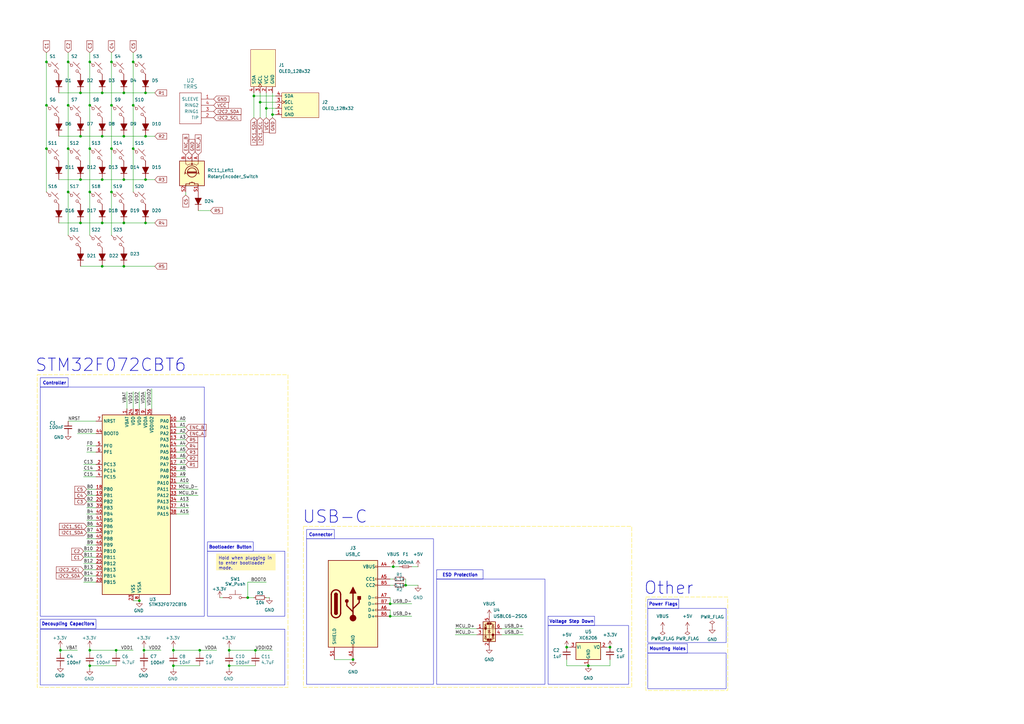
<source format=kicad_sch>
(kicad_sch (version 20231120) (generator "eeschema") (generator_version "8.0")
  (paper "A3")
  (title_block (rev "V1.0.0"))
  (junction (at 45.72 43.18))
  (junction (at 71.12 273.05))
  (junction (at 41.91 91.44))
  (junction (at 161.29 232.41))
  (junction (at 36.83 78.74))
  (junction (at 45.72 78.74))
  (junction (at 54.61 43.18))
  (junction (at 27.94 78.74))
  (junction (at 111.76 46.99))
  (junction (at 41.91 73.66))
  (junction (at 106.68 41.91))
  (junction (at 232.41 265.43))
  (junction (at 47.625 266.7))
  (junction (at 50.8 109.22))
  (junction (at 50.8 91.44))
  (junction (at 36.83 25.4))
  (junction (at 59.055 266.7))
  (junction (at 57.15 246.38))
  (junction (at 33.02 91.44))
  (junction (at 144.78 270.51))
  (junction (at 36.83 273.05))
  (junction (at 54.61 60.96))
  (junction (at 59.69 73.66))
  (junction (at 59.69 38.1))
  (junction (at 160.02 247.65))
  (junction (at 50.8 55.88))
  (junction (at 101.6 245.11))
  (junction (at 54.61 25.4))
  (junction (at 160.02 252.73))
  (junction (at 33.02 55.88))
  (junction (at 59.69 91.44))
  (junction (at 36.83 60.96))
  (junction (at 19.05 25.4))
  (junction (at 104.775 266.7))
  (junction (at 33.02 38.1))
  (junction (at 50.8 38.1))
  (junction (at 19.05 60.96))
  (junction (at 50.8 73.66))
  (junction (at 36.83 43.18))
  (junction (at 24.765 266.7))
  (junction (at 93.98 273.05))
  (junction (at 36.83 266.7))
  (junction (at 81.915 266.7))
  (junction (at 166.37 240.03))
  (junction (at 27.94 60.96))
  (junction (at 45.72 25.4))
  (junction (at 27.94 25.4))
  (junction (at 27.94 43.18))
  (junction (at 41.91 55.88))
  (junction (at 19.05 43.18))
  (junction (at 71.12 266.7))
  (junction (at 241.3 273.05))
  (junction (at 33.02 73.66))
  (junction (at 109.22 44.45))
  (junction (at 250.19 265.43))
  (junction (at 41.91 109.22))
  (junction (at 45.72 60.96))
  (junction (at 93.98 266.7))
  (junction (at 104.14 39.37))
  (junction (at 59.69 55.88))
  (junction (at 41.91 38.1))
  (wire (pts (xy 54.61 60.96) (xy 54.61 43.18)))
  (wire (pts (xy 34.29 231.14) (xy 39.37 231.14)))
  (wire (pts (xy 34.29 238.76) (xy 39.37 238.76)))
  (wire (pts (xy 71.12 266.7) (xy 71.12 267.97)))
  (wire (pts (xy 34.29 193.04) (xy 39.37 193.04)))
  (wire (pts (xy 160.02 250.19) (xy 160.02 252.73)))
  (wire (pts (xy 160.02 232.41) (xy 161.29 232.41)))
  (wire (pts (xy 52.07 160.655) (xy 52.07 167.64)))
  (wire (pts (xy 33.02 38.1) (xy 41.91 38.1)))
  (wire (pts (xy 27.94 172.72) (xy 39.37 172.72)))
  (wire (pts (xy 54.61 43.18) (xy 54.61 25.4)))
  (wire (pts (xy 41.91 73.66) (xy 50.8 73.66)))
  (wire (pts (xy 54.61 60.96) (xy 54.61 78.74)))
  (wire (pts (xy 76.2 193.04) (xy 72.39 193.04)))
  (wire (pts (xy 248.92 265.43) (xy 250.19 265.43)))
  (wire (pts (xy 76.2 185.42) (xy 72.39 185.42)))
  (wire (pts (xy 24.765 266.7) (xy 24.765 267.97)))
  (wire (pts (xy 19.05 60.96) (xy 19.05 78.74)))
  (wire (pts (xy 101.6 245.11) (xy 104.14 245.11)))
  (wire (pts (xy 45.72 25.4) (xy 45.72 43.18)))
  (wire (pts (xy 50.8 38.1) (xy 59.69 38.1)))
  (wire (pts (xy 19.05 21.59) (xy 19.05 25.4)))
  (wire (pts (xy 47.625 266.7) (xy 47.625 267.97)))
  (wire (pts (xy 81.28 200.66) (xy 72.39 200.66)))
  (wire (pts (xy 24.765 265.43) (xy 24.765 266.7)))
  (wire (pts (xy 36.83 21.59) (xy 36.83 25.4)))
  (wire (pts (xy 104.14 39.37) (xy 104.14 48.26)))
  (wire (pts (xy 59.69 73.66) (xy 63.5 73.66)))
  (wire (pts (xy 137.16 270.51) (xy 144.78 270.51)))
  (wire (pts (xy 166.37 237.49) (xy 166.37 240.03)))
  (wire (pts (xy 76.2 195.58) (xy 72.39 195.58)))
  (wire (pts (xy 160.02 245.11) (xy 160.02 247.65)))
  (wire (pts (xy 168.91 232.41) (xy 171.45 232.41)))
  (wire (pts (xy 27.94 96.52) (xy 27.94 78.74)))
  (wire (pts (xy 241.3 273.05) (xy 250.19 273.05)))
  (wire (pts (xy 35.56 218.44) (xy 39.37 218.44)))
  (wire (pts (xy 27.94 25.4) (xy 27.94 43.18)))
  (wire (pts (xy 111.76 48.26) (xy 111.76 46.99)))
  (wire (pts (xy 35.56 213.36) (xy 39.37 213.36)))
  (wire (pts (xy 93.98 273.05) (xy 104.775 273.05)))
  (wire (pts (xy 36.83 273.05) (xy 47.625 273.05)))
  (wire (pts (xy 77.47 210.82) (xy 72.39 210.82)))
  (wire (pts (xy 35.56 203.2) (xy 39.37 203.2)))
  (wire (pts (xy 34.29 228.6) (xy 39.37 228.6)))
  (wire (pts (xy 160.02 237.49) (xy 161.29 237.49)))
  (wire (pts (xy 76.2 180.34) (xy 72.39 180.34)))
  (wire (pts (xy 86.36 86.36) (xy 81.28 86.36)))
  (wire (pts (xy 250.19 270.51) (xy 250.19 273.05)))
  (wire (pts (xy 232.41 265.43) (xy 233.68 265.43)))
  (wire (pts (xy 24.13 38.1) (xy 33.02 38.1)))
  (wire (pts (xy 113.03 39.37) (xy 104.14 39.37)))
  (wire (pts (xy 41.91 109.22) (xy 50.8 109.22)))
  (wire (pts (xy 35.56 182.88) (xy 39.37 182.88)))
  (wire (pts (xy 106.68 48.26) (xy 106.68 41.91)))
  (wire (pts (xy 76.2 172.72) (xy 72.39 172.72)))
  (wire (pts (xy 36.83 60.96) (xy 36.83 78.74)))
  (wire (pts (xy 186.69 257.81) (xy 195.58 257.81)))
  (wire (pts (xy 66.04 266.7) (xy 59.055 266.7)))
  (wire (pts (xy 106.68 41.91) (xy 113.03 41.91)))
  (wire (pts (xy 111.76 46.99) (xy 113.03 46.99)))
  (wire (pts (xy 109.22 44.45) (xy 109.22 48.26)))
  (wire (pts (xy 109.22 245.11) (xy 110.49 245.11)))
  (wire (pts (xy 33.02 109.22) (xy 41.91 109.22)))
  (wire (pts (xy 161.29 232.41) (xy 163.83 232.41)))
  (wire (pts (xy 104.775 266.7) (xy 111.76 266.7)))
  (wire (pts (xy 50.8 55.88) (xy 59.69 55.88)))
  (wire (pts (xy 54.61 246.38) (xy 57.15 246.38)))
  (wire (pts (xy 36.83 25.4) (xy 36.83 43.18)))
  (wire (pts (xy 36.83 274.32) (xy 36.83 273.05)))
  (wire (pts (xy 113.03 44.45) (xy 109.22 44.45)))
  (wire (pts (xy 33.02 55.88) (xy 24.13 55.88)))
  (wire (pts (xy 59.69 160.655) (xy 59.69 167.64)))
  (wire (pts (xy 62.23 159.385) (xy 62.23 167.64)))
  (wire (pts (xy 111.76 46.99) (xy 111.76 38.1)))
  (wire (pts (xy 35.56 208.28) (xy 39.37 208.28)))
  (wire (pts (xy 36.83 78.74) (xy 36.83 96.52)))
  (wire (pts (xy 34.29 226.06) (xy 39.37 226.06)))
  (wire (pts (xy 34.29 233.68) (xy 39.37 233.68)))
  (wire (pts (xy 93.98 265.43) (xy 93.98 266.7)))
  (wire (pts (xy 33.02 91.44) (xy 24.13 91.44)))
  (wire (pts (xy 45.72 25.4) (xy 45.72 21.59)))
  (wire (pts (xy 71.12 274.32) (xy 71.12 273.05)))
  (wire (pts (xy 214.63 260.35) (xy 205.74 260.35)))
  (wire (pts (xy 186.69 260.35) (xy 195.58 260.35)))
  (wire (pts (xy 59.69 38.1) (xy 63.5 38.1)))
  (wire (pts (xy 35.56 205.74) (xy 39.37 205.74)))
  (wire (pts (xy 27.94 25.4) (xy 27.94 21.59)))
  (wire (pts (xy 76.2 175.26) (xy 72.39 175.26)))
  (wire (pts (xy 33.02 73.66) (xy 41.91 73.66)))
  (wire (pts (xy 45.72 43.18) (xy 45.72 60.96)))
  (wire (pts (xy 19.05 25.4) (xy 19.05 43.18)))
  (wire (pts (xy 34.29 236.22) (xy 39.37 236.22)))
  (wire (pts (xy 33.02 91.44) (xy 41.91 91.44)))
  (wire (pts (xy 36.83 265.43) (xy 36.83 266.7)))
  (wire (pts (xy 77.47 208.28) (xy 72.39 208.28)))
  (wire (pts (xy 57.15 160.655) (xy 57.15 167.64)))
  (wire (pts (xy 93.98 266.7) (xy 93.98 267.97)))
  (wire (pts (xy 19.05 43.18) (xy 19.05 60.96)))
  (wire (pts (xy 214.63 257.81) (xy 205.74 257.81)))
  (wire (pts (xy 27.94 60.96) (xy 27.94 78.74)))
  (wire (pts (xy 50.8 91.44) (xy 59.69 91.44)))
  (wire (pts (xy 104.14 38.1) (xy 104.14 39.37)))
  (wire (pts (xy 232.41 273.05) (xy 241.3 273.05)))
  (wire (pts (xy 54.61 25.4) (xy 54.61 21.59)))
  (wire (pts (xy 101.6 238.76) (xy 101.6 245.11)))
  (wire (pts (xy 47.625 266.7) (xy 54.61 266.7)))
  (wire (pts (xy 168.91 247.65) (xy 160.02 247.65)))
  (wire (pts (xy 45.72 60.96) (xy 45.72 78.74)))
  (wire (pts (xy 168.91 252.73) (xy 160.02 252.73)))
  (wire (pts (xy 81.28 203.2) (xy 72.39 203.2)))
  (wire (pts (xy 59.055 266.7) (xy 59.055 267.97)))
  (wire (pts (xy 76.2 190.5) (xy 72.39 190.5)))
  (wire (pts (xy 76.2 182.88) (xy 72.39 182.88)))
  (wire (pts (xy 35.56 185.42) (xy 39.37 185.42)))
  (wire (pts (xy 71.12 273.05) (xy 81.915 273.05)))
  (wire (pts (xy 232.41 270.51) (xy 232.41 273.05)))
  (wire (pts (xy 34.29 195.58) (xy 39.37 195.58)))
  (wire (pts (xy 109.22 38.1) (xy 109.22 44.45)))
  (wire (pts (xy 59.055 265.43) (xy 59.055 266.7)))
  (wire (pts (xy 76.2 177.8) (xy 72.39 177.8)))
  (wire (pts (xy 76.2 80.01) (xy 76.2 78.74)))
  (wire (pts (xy 90.17 245.11) (xy 91.44 245.11)))
  (wire (pts (xy 93.98 274.32) (xy 93.98 273.05)))
  (wire (pts (xy 71.12 265.43) (xy 71.12 266.7)))
  (wire (pts (xy 50.8 73.66) (xy 59.69 73.66)))
  (wire (pts (xy 36.83 266.7) (xy 47.625 266.7)))
  (wire (pts (xy 109.22 238.76) (xy 101.6 238.76)))
  (wire (pts (xy 27.94 43.18) (xy 27.94 60.96)))
  (wire (pts (xy 50.8 55.88) (xy 41.91 55.88)))
  (wire (pts (xy 35.56 223.52) (xy 39.37 223.52)))
  (wire (pts (xy 104.775 266.7) (xy 104.775 267.97)))
  (wire (pts (xy 41.91 91.44) (xy 50.8 91.44)))
  (wire (pts (xy 59.69 55.88) (xy 63.5 55.88)))
  (wire (pts (xy 81.915 266.7) (xy 81.915 267.97)))
  (wire (pts (xy 36.83 60.96) (xy 36.83 43.18)))
  (wire (pts (xy 35.56 210.82) (xy 39.37 210.82)))
  (wire (pts (xy 59.69 91.44) (xy 63.5 91.44)))
  (wire (pts (xy 41.91 55.88) (xy 33.02 55.88)))
  (wire (pts (xy 36.83 266.7) (xy 36.83 267.97)))
  (wire (pts (xy 160.02 240.03) (xy 161.29 240.03)))
  (wire (pts (xy 31.75 266.7) (xy 24.765 266.7)))
  (wire (pts (xy 106.68 41.91) (xy 106.68 38.1)))
  (wire (pts (xy 54.61 160.655) (xy 54.61 167.64)))
  (wire (pts (xy 71.12 266.7) (xy 81.915 266.7)))
  (wire (pts (xy 81.915 266.7) (xy 88.9 266.7)))
  (wire (pts (xy 77.47 198.12) (xy 72.39 198.12)))
  (wire (pts (xy 77.47 205.74) (xy 72.39 205.74)))
  (wire (pts (xy 35.56 220.98) (xy 39.37 220.98)))
  (wire (pts (xy 41.91 38.1) (xy 50.8 38.1)))
  (wire (pts (xy 76.2 187.96) (xy 72.39 187.96)))
  (wire (pts (xy 31.75 177.8) (xy 39.37 177.8)))
  (wire (pts (xy 45.72 78.74) (xy 45.72 96.52)))
  (wire (pts (xy 34.29 190.5) (xy 39.37 190.5)))
  (wire (pts (xy 24.13 73.66) (xy 33.02 73.66)))
  (wire (pts (xy 166.37 240.03) (xy 171.45 240.03)))
  (wire (pts (xy 35.56 200.66) (xy 39.37 200.66)))
  (wire (pts (xy 93.98 266.7) (xy 104.775 266.7)))
  (wire (pts (xy 35.56 215.9) (xy 39.37 215.9)))
  (wire (pts (xy 50.8 109.22) (xy 63.5 109.22)))
  (rectangle (start 179.07 237.49) (end 223.52 280.67))
  (rectangle (start 16.51 258.064) (end 116.84 280.924))
  (rectangle (start 125.73 217.17) (end 137.16 220.98))
  (rectangle (start 265.684 264.033) (end 281.94 267.843))
  (rectangle (start 224.79 256.54) (end 257.81 280.67))
  (rectangle (start 15.24 153.67) (end 118.11 281.94) (stroke (width 0) (type dash) (color 255 229 36 1)))
  (rectangle (start 16.51 154.94) (end 27.94 158.75))
  (rectangle (start 265.684 245.745) (end 278.384 249.555))
  (rectangle (start 124.46 215.9) (end 259.08 281.94) (stroke (width 0) (type dash) (color 255 229 36 1)))
  (rectangle (start 85.09 222.25) (end 103.886 226.06))
  (rectangle (start 265.684 267.843) (end 297.815 282.448))
  (rectangle (start 264.922 244.856) (end 298.45 283.21) (stroke (width 0) (type dash) (color 255 229 36 1)))
  (rectangle (start 224.79 252.73) (end 243.84 256.54))
  (rectangle (start 85.09 226.06) (end 116.84 252.73))
  (rectangle (start 179.07 233.68) (end 198.12 237.49))
  (rectangle (start 16.51 158.75) (end 83.82 252.73))
  (rectangle (start 125.73 220.98) (end 177.8 280.67))
  (rectangle (start 265.684 249.555) (end 297.815 263.525))
  (rectangle (start 16.51 254) (end 39.37 257.81))
  (text_box "Hold when plugging in to enter bootloader mode." (at 88.646 227.076 0) (size 24.384 6.858) (stroke (width -0.0001)) (fill (type color) (color 255 229 36 0.33)) (effects (font (size 1.27 1.27)) (justify left top)))
  (text "STM32F072CBT6" (at 45.466 149.86 0) (effects (font (size 5.08 5.08) (thickness 0.254) (bold yes))))
  (text "USB-C\n" (at 137.414 212.09 0) (effects (font (size 5.08 5.08) (thickness 0.254) (bold yes))))
  (text "Mounting Holes" (at 273.812 266.192 0) (effects (font (size 1.27 1.27) (thickness 0.254) (bold yes))))
  (text "Decoupling Capacitors" (at 27.94 256.032 0) (effects (font (size 1.27 1.27) (thickness 0.254) (bold yes))))
  (text "Controller\n" (at 22.352 157.226 0) (effects (font (size 1.27 1.27) (thickness 0.254) (bold yes))))
  (text "ESD Protection" (at 188.722 235.966 0) (effects (font (size 1.27 1.27) (thickness 0.254) (bold yes))))
  (text "Power Flags" (at 272.034 247.904 0) (effects (font (size 1.27 1.27) (thickness 0.254) (bold yes))))
  (text "Voltage Step Down" (at 234.442 255.016 0) (effects (font (size 1.27 1.27) (thickness 0.254) (bold yes))))
  (text "Other" (at 274.32 241.3 0) (effects (font (size 5.08 5.08) (thickness 0.254) (bold yes))))
  (text "Bootloader Button" (at 94.488 224.536 0) (effects (font (size 1.27 1.27) (thickness 0.254) (bold yes))))
  (text "Connector\n" (at 131.572 219.456 0) (effects (font (size 1.27 1.27) (thickness 0.254) (bold yes))))
  (label "A7" (at 76.2 190.5 180))
  (label "A6" (at 76.2 187.96 180))
  (label "A10" (at 77.47 198.12 180))
  (label "B0" (at 35.56 200.66 0))
  (label "B6" (at 35.56 215.9 0))
  (label "MCU_D-" (at 81.28 200.66 180))
  (label "VBAT" (at 52.07 160.655 270))
  (label "A3" (at 76.2 180.34 180))
  (label "B7" (at 35.56 218.44 0))
  (label "A15" (at 77.47 210.82 180))
  (label "VBAT" (at 31.75 266.7 180))
  (label "MCU_D-" (at 186.69 260.35 0))
  (label "VDDA" (at 59.69 160.655 270))
  (label "A5" (at 76.2 185.42 180))
  (label "B5" (at 35.56 213.36 0))
  (label "B1" (at 35.56 203.2 0))
  (label "B9" (at 35.56 223.52 0))
  (label "VDDIO2" (at 62.23 159.385 270))
  (label "B11" (at 34.29 228.6 0))
  (label "B4" (at 35.56 210.82 0))
  (label "MCU_D+" (at 81.28 203.2 180))
  (label "A14" (at 77.47 208.28 180))
  (label "NRST" (at 27.94 172.72 0))
  (label "VDDIO2" (at 111.76 266.7 180))
  (label "VDD1" (at 54.61 160.655 270))
  (label "MCU_D+" (at 186.69 257.81 0))
  (label "A2" (at 76.2 177.8 180))
  (label "VDD2" (at 57.15 160.655 270))
  (label "F0" (at 35.56 182.88 0))
  (label "USB_D-" (at 168.91 247.65 180))
  (label "BOOT0" (at 109.22 238.76 180))
  (label "B15" (at 34.29 238.76 0))
  (label "A0" (at 76.2 172.72 180))
  (label "F1" (at 35.56 185.42 0))
  (label "A13" (at 77.47 205.74 180))
  (label "B12" (at 34.29 231.14 0))
  (label "A9" (at 76.2 195.58 180))
  (label "USB_D+" (at 168.91 252.73 180))
  (label "A8" (at 76.2 193.04 180))
  (label "C13" (at 34.29 190.5 0))
  (label "B8" (at 35.56 220.98 0))
  (label "BOOT0" (at 31.75 177.8 0))
  (label "B2" (at 35.56 205.74 0))
  (label "C15" (at 34.29 195.58 0))
  (label "B13" (at 34.29 233.68 0))
  (label "VDDA" (at 88.9 266.7 180))
  (label "VDD2" (at 66.04 266.7 180))
  (label "B3" (at 35.56 208.28 0))
  (label "A1" (at 76.2 175.26 180))
  (label "B10" (at 34.29 226.06 0))
  (label "USB_D-" (at 214.63 260.35 180))
  (label "B14" (at 34.29 236.22 0))
  (label "A4" (at 76.2 182.88 180))
  (label "USB_D+" (at 214.63 257.81 180))
  (label "VDD1" (at 54.61 266.7 180))
  (label "C14" (at 34.29 193.04 0))
  (global_label "I2C1_SCL" (shape input) (at 106.68 48.26 270) (property "Intersheetrefs" "${INTERSHEET_REFS}" (effects (hide yes))))
  (global_label "C4" (shape input) (at 45.72 21.59 90) (property "Intersheetrefs" "${INTERSHEET_REFS}" (effects (hide yes))))
  (global_label "C3" (shape input) (at 36.83 21.59 90) (property "Intersheetrefs" "${INTERSHEET_REFS}" (effects (hide yes))))
  (global_label "R2" (shape input) (at 63.5 55.88 0) (property "Intersheetrefs" "${INTERSHEET_REFS}" (effects (hide yes))))
  (global_label "C5" (shape input) (at 76.2 80.01 270) (property "Intersheetrefs" "${INTERSHEET_REFS}" (effects (hide yes))))
  (global_label "C3" (shape input) (at 35.56 205.74 180) (property "Intersheetrefs" "${INTERSHEET_REFS}" (effects (hide yes))))
  (global_label "ENC_B" (shape input) (at 76.2 63.5 90) (property "Intersheetrefs" "${INTERSHEET_REFS}" (effects (hide yes))))
  (global_label "I2C1_SCL" (shape input) (at 35.56 215.9 180) (property "Intersheetrefs" "${INTERSHEET_REFS}" (effects (hide yes))))
  (global_label "ENC_A" (shape input) (at 76.2 177.8 0) (property "Intersheetrefs" "${INTERSHEET_REFS}" (effects (hide yes))))
  (global_label "C1" (shape input) (at 34.29 228.6 180) (property "Intersheetrefs" "${INTERSHEET_REFS}" (effects (hide yes))))
  (global_label "R3" (shape input) (at 76.2 185.42 0) (property "Intersheetrefs" "${INTERSHEET_REFS}" (effects (hide yes))))
  (global_label "C4" (shape input) (at 35.56 203.2 180) (property "Intersheetrefs" "${INTERSHEET_REFS}" (effects (hide yes))))
  (global_label "C2" (shape input) (at 27.94 21.59 90) (property "Intersheetrefs" "${INTERSHEET_REFS}" (effects (hide yes))))
  (global_label "I2C2_SDA" (shape input) (at 87.63 45.72 0) (property "Intersheetrefs" "${INTERSHEET_REFS}" (effects (hide yes))))
  (global_label "C2" (shape input) (at 34.29 226.06 180) (property "Intersheetrefs" "${INTERSHEET_REFS}" (effects (hide yes))))
  (global_label "GND" (shape input) (at 111.76 48.26 270) (property "Intersheetrefs" "${INTERSHEET_REFS}" (effects (hide yes))))
  (global_label "I2C1_SDA" (shape input) (at 35.56 218.44 180) (property "Intersheetrefs" "${INTERSHEET_REFS}" (effects (hide yes))))
  (global_label "R4" (shape input) (at 76.2 182.88 0) (property "Intersheetrefs" "${INTERSHEET_REFS}" (effects (hide yes))))
  (global_label "C5" (shape input) (at 54.61 21.59 90) (property "Intersheetrefs" "${INTERSHEET_REFS}" (effects (hide yes))))
  (global_label "I2C2_SCL" (shape input) (at 87.63 48.26 0) (property "Intersheetrefs" "${INTERSHEET_REFS}" (effects (hide yes))))
  (global_label "R1" (shape input) (at 63.5 38.1 0) (property "Intersheetrefs" "${INTERSHEET_REFS}" (effects (hide yes))))
  (global_label "R3" (shape input) (at 63.5 73.66 0) (property "Intersheetrefs" "${INTERSHEET_REFS}" (effects (hide yes))))
  (global_label "C1" (shape input) (at 19.05 21.59 90) (property "Intersheetrefs" "${INTERSHEET_REFS}" (effects (hide yes))))
  (global_label "R2" (shape input) (at 76.2 187.96 0) (property "Intersheetrefs" "${INTERSHEET_REFS}" (effects (hide yes))))
  (global_label "I2C1_SDA" (shape input) (at 104.14 48.26 270) (property "Intersheetrefs" "${INTERSHEET_REFS}" (effects (hide yes))))
  (global_label "ENC_B" (shape input) (at 76.2 175.26 0) (property "Intersheetrefs" "${INTERSHEET_REFS}" (effects (hide yes))))
  (global_label "R4" (shape input) (at 63.5 91.44 0) (property "Intersheetrefs" "${INTERSHEET_REFS}" (effects (hide yes))))
  (global_label "I2C2_SDA" (shape input) (at 34.29 236.22 180) (property "Intersheetrefs" "${INTERSHEET_REFS}" (effects (hide yes))))
  (global_label "GND" (shape input) (at 87.63 40.64 0) (property "Intersheetrefs" "${INTERSHEET_REFS}" (effects (hide yes))))
  (global_label "I2C2_SCL" (shape input) (at 34.29 233.68 180) (property "Intersheetrefs" "${INTERSHEET_REFS}" (effects (hide yes))))
  (global_label "VCC" (shape input) (at 87.63 43.18 0) (property "Intersheetrefs" "${INTERSHEET_REFS}" (effects (hide yes))))
  (global_label "R5" (shape input) (at 76.2 180.34 0) (property "Intersheetrefs" "${INTERSHEET_REFS}" (effects (hide yes))))
  (global_label "C5" (shape input) (at 35.56 200.66 180) (property "Intersheetrefs" "${INTERSHEET_REFS}" (effects (hide yes))))
  (global_label "R5" (shape input) (at 63.5 109.22 0) (property "Intersheetrefs" "${INTERSHEET_REFS}" (effects (hide yes))))
  (global_label "ENC_A" (shape input) (at 81.28 63.5 90) (property "Intersheetrefs" "${INTERSHEET_REFS}" (effects (hide yes))))
  (global_label "GND" (shape input) (at 78.74 63.5 90) (property "Intersheetrefs" "${INTERSHEET_REFS}" (effects (hide yes))))
  (global_label "R1" (shape input) (at 76.2 190.5 0) (property "Intersheetrefs" "${INTERSHEET_REFS}" (effects (hide yes))))
  (global_label "VCC" (shape input) (at 109.22 48.26 270) (property "Intersheetrefs" "${INTERSHEET_REFS}" (effects (hide yes))))
  (global_label "R5" (shape input) (at 86.36 86.36 0) (property "Intersheetrefs" "${INTERSHEET_REFS}" (effects (hide yes))))
  (symbol (lib_id "ScottoKeebs:Placeholder_Keyswitch") (at 30.48 63.5 0) (unit 1)
    (property "Reference" "S12" (at 30.48 58.674 0))
    (property "Value" "Keyswitch" (effects (hide yes)))
    (property "Footprint" "PCM_Switch_Keyboard_Hybrid:SW_Hybrid_Cherry_MX_Alps_1.00u" (effects (hide yes)))
    (property "Description" "Push button switch, normally open, two pins, 45° tilted" (effects (hide yes)))
  )
  (symbol (lib_id "ScottoKeebs:Placeholder_Keyswitch") (at 48.26 45.72 0) (unit 1)
    (property "Reference" "S9" (at 48.26 40.894 0))
    (property "Value" "Keyswitch" (effects (hide yes)))
    (property "Footprint" "PCM_Switch_Keyboard_Hybrid:SW_Hybrid_Cherry_MX_Alps_1.00u" (effects (hide yes)))
    (property "Description" "Push button switch, normally open, two pins, 45° tilted" (effects (hide yes)))
  )
  (symbol (lib_id "ScottoKeebs:Placeholder_Keyswitch") (at 39.37 27.94 0) (unit 1)
    (property "Reference" "S3" (at 39.37 23.114 0))
    (property "Value" "Keyswitch" (effects (hide yes)))
    (property "Footprint" "PCM_Switch_Keyboard_Hybrid:SW_Hybrid_Cherry_MX_Alps_1.00u" (effects (hide yes)))
    (property "Description" "Push button switch, normally open, two pins, 45° tilted" (effects (hide yes)))
  )
  (symbol (lib_id "PCM_Diode_AKL:1N4148") (at 81.28 82.55 270) (unit 1)
    (property "Reference" "D24" (at 83.82 82.5499 90) (effects (justify left)))
    (property "Value" "1N4148" (effects (hide yes)))
    (property "Footprint" "Kicad Footprints:SOD123_DIO-L With THs" (effects (hide yes)))
    (property "Datasheet" "https://datasheet.octopart.com/1N4148TR-ON-Semiconductor-datasheet-42765246.pdf" (effects (hide yes)))
    (property "Description" "DO-35 Diode, Small Signal, Fast Switching, 75V, 150mA, 4ns, Alternate KiCad Library" (effects (hide yes)))
  )
  (symbol (lib_id "PCM_Diode_AKL:1N4148") (at 50.8 105.41 270) (unit 1)
    (property "Reference" "D23" (at 53.34 104.1399 90) (effects (justify left)))
    (property "Value" "1N4148" (effects (hide yes)))
    (property "Footprint" "Kicad Footprints:SOD123_DIO-L With THs" (effects (hide yes)))
    (property "Datasheet" "https://datasheet.octopart.com/1N4148TR-ON-Semiconductor-datasheet-42765246.pdf" (effects (hide yes)))
    (property "Description" "DO-35 Diode, Small Signal, Fast Switching, 75V, 150mA, 4ns, Alternate KiCad Library" (effects (hide yes)))
  )
  (symbol (lib_id "PCM_Diode_AKL:1N4148") (at 50.8 52.07 270) (unit 1)
    (property "Reference" "D9" (at 53.34 50.7999 90) (effects (justify left)))
    (property "Value" "1N4148" (effects (hide yes)))
    (property "Footprint" "Kicad Footprints:SOD123_DIO-L With THs" (effects (hide yes)))
    (property "Datasheet" "https://datasheet.octopart.com/1N4148TR-ON-Semiconductor-datasheet-42765246.pdf" (effects (hide yes)))
    (property "Description" "DO-35 Diode, Small Signal, Fast Switching, 75V, 150mA, 4ns, Alternate KiCad Library" (effects (hide yes)))
  )
  (symbol (lib_id "power:+3.3V") (at 93.98 265.43 0) (unit 1)
    (property "Reference" "#PWR016" (effects (hide yes)))
    (property "Value" "+3.3V" (at 93.726 261.62 0))
    (property "Description" "Power symbol creates a global label with name \"+3.3V\"" (effects (hide yes)))
  )
  (symbol (lib_id "power:+3.3V") (at 90.17 245.11 0) (unit 1)
    (property "Reference" "#PWR05" (effects (hide yes)))
    (property "Value" "+3.3V" (at 89.916 241.554 0))
    (property "Description" "Power symbol creates a global label with name \"+3.3V\"" (effects (hide yes)))
  )
  (symbol (lib_id "MCU_ST_STM32F0:STM32F072CBTx") (at 54.61 208.28 0) (unit 1)
    (property "Reference" "U3" (at 61.214 245.872 0) (effects (justify left)))
    (property "Value" "STM32F072CBT6" (at 60.96 247.904 0) (effects (justify left)))
    (property "Footprint" "ScottoKeebs_Components:Package_LQFP-48_7x7mm_P0.5" (effects (hide yes)))
    (property "Datasheet" "https://www.st.com/resource/en/datasheet/stm32f072cb.pdf" (effects (hide yes)))
    (property "Description" "STMicroelectronics Arm Cortex-M0 MCU, 128KB flash, 16KB RAM, 48 MHz, 2.0-3.6V, 37 GPIO, LQFP48" (effects (hide yes)))
    (property "LCSC" "C81720" (effects (hide yes)))
    (property "JlcRotOffset" "-90" (effects (hide yes)))
  )
  (symbol (lib_id "Device:C_Small") (at 232.41 267.97 0) (unit 1)
    (property "Reference" "C2" (at 226.822 266.7 0) (effects (justify left)))
    (property "Value" "1uF" (at 226.822 269.24 0) (effects (justify left)))
    (property "Footprint" "ScottoKeebs_Components:Capacitor_0402" (effects (hide yes)))
    (property "Description" "Unpolarized capacitor, small symbol" (effects (hide yes)))
    (property "LCSC" "C52923" (effects (hide yes)))
  )
  (symbol (lib_id "ScottoKeebs:Placeholder_Keyswitch") (at 30.48 81.28 0) (unit 1)
    (property "Reference" "S17" (at 30.48 76.454 0))
    (property "Value" "Keyswitch" (effects (hide yes)))
    (property "Footprint" "PCM_Switch_Keyboard_Hybrid:SW_Hybrid_Cherry_MX_Alps_1.00u" (effects (hide yes)))
    (property "Description" "Push button switch, normally open, two pins, 45° tilted" (effects (hide yes)))
  )
  (symbol (lib_id "power:+5V") (at 171.45 232.41 0) (unit 1)
    (property "Reference" "#PWR03" (effects (hide yes)))
    (property "Value" "+5V" (at 171.45 227.33 0))
    (property "Description" "Power symbol creates a global label with name \"+5V\"" (effects (hide yes)))
  )
  (symbol (lib_id "power:VBUS") (at 200.66 252.73 0) (unit 1)
    (property "Reference" "#PWR08" (effects (hide yes)))
    (property "Value" "VBUS" (at 200.66 247.65 0))
    (property "Description" "Power symbol creates a global label with name \"VBUS\"" (effects (hide yes)))
  )
  (symbol (lib_id "power:GND") (at 57.15 246.38 0) (unit 1)
    (property "Reference" "#PWR07" (effects (hide yes)))
    (property "Value" "GND" (at 56.896 250.444 0))
    (property "Description" "Power symbol creates a global label with name \"GND\" , ground" (effects (hide yes)))
  )
  (symbol (lib_id "Connector:USB_C_Receptacle_USB2.0_14P") (at 144.78 247.65 0) (unit 1)
    (property "Reference" "J3" (at 144.78 224.79 0))
    (property "Value" "USB_C" (at 144.78 227.33 0))
    (property "Footprint" "ScottoKeebs_Components:USB_C_HRO_TYPE-C-31-M-12" (effects (hide yes)))
    (property "Datasheet" "https://www.usb.org/sites/default/files/documents/usb_type-c.zip" (effects (hide yes)))
    (property "Description" "USB 2.0-only 14P Type-C Receptacle connector" (effects (hide yes)))
    (property "LCSC" "C165948" (effects (hide yes)))
  )
  (symbol (lib_id "Device:R_Small") (at 106.68 245.11 270) (unit 1)
    (property "Reference" "R3" (at 106.68 243.332 90))
    (property "Value" "10k" (at 106.68 247.142 90))
    (property "Footprint" "ScottoKeebs_Components:Resistor_0402" (effects (hide yes)))
    (property "Description" "Resistor, small symbol" (effects (hide yes)))
    (property "LCSC" "C25744" (effects (hide yes)))
  )
  (symbol (lib_id "Device:C_Small") (at 36.83 270.51 180) (unit 1)
    (property "Reference" "C5" (at 39.37 269.2335 0) (effects (justify right)))
    (property "Value" "100nF" (at 39.37 271.7735 0) (effects (justify right)))
    (property "Footprint" "ScottoKeebs_Components:Capacitor_0402" (effects (hide yes)))
    (property "Description" "Unpolarized capacitor, small symbol" (effects (hide yes)))
    (property "LCSC" "C307331" (effects (hide yes)))
    (property "MPN" "CL05B104KB54PNC" (effects (hide yes)))
  )
  (symbol (lib_id "PCM_Diode_AKL:1N4148") (at 59.69 34.29 270) (unit 1)
    (property "Reference" "D5" (at 62.23 33.0199 90) (effects (justify left)))
    (property "Value" "1N4148" (effects (hide yes)))
    (property "Footprint" "Kicad Footprints:SOD123_DIO-L With THs" (effects (hide yes)))
    (property "Datasheet" "https://datasheet.octopart.com/1N4148TR-ON-Semiconductor-datasheet-42765246.pdf" (effects (hide yes)))
    (property "Description" "DO-35 Diode, Small Signal, Fast Switching, 75V, 150mA, 4ns, Alternate KiCad Library" (effects (hide yes)))
  )
  (symbol (lib_id "power:GND") (at 200.66 265.43 0) (unit 1)
    (property "Reference" "#PWR017" (effects (hide yes)))
    (property "Value" "GND" (at 200.66 270.51 0))
    (property "Description" "Power symbol creates a global label with name \"GND\" , ground" (effects (hide yes)))
  )
  (symbol (lib_id "power:+3.3V") (at 24.765 265.43 0) (unit 1)
    (property "Reference" "#PWR012" (effects (hide yes)))
    (property "Value" "+3.3V" (at 24.511 261.62 0))
    (property "Description" "Power symbol creates a global label with name \"+3.3V\"" (effects (hide yes)))
  )
  (symbol (lib_id "Device:C_Small") (at 250.19 267.97 0) (unit 1)
    (property "Reference" "C3" (at 252.73 266.7062 0) (effects (justify left)))
    (property "Value" "1uF" (at 252.73 269.2462 0) (effects (justify left)))
    (property "Footprint" "ScottoKeebs_Components:Capacitor_0402" (effects (hide yes)))
    (property "Description" "Unpolarized capacitor, small symbol" (effects (hide yes)))
    (property "LCSC" "C52923" (effects (hide yes)))
  )
  (symbol (lib_id "ScottoKeebs:Placeholder_Keyswitch") (at 39.37 63.5 0) (unit 1)
    (property "Reference" "S13" (at 39.37 58.674 0))
    (property "Value" "Keyswitch" (effects (hide yes)))
    (property "Footprint" "PCM_Switch_Keyboard_Hybrid:SW_Hybrid_Cherry_MX_Alps_1.00u" (effects (hide yes)))
    (property "Description" "Push button switch, normally open, two pins, 45° tilted" (effects (hide yes)))
  )
  (symbol (lib_id "power:GND") (at 71.12 274.32 0) (unit 1)
    (property "Reference" "#PWR025" (effects (hide yes)))
    (property "Value" "GND" (at 70.866 278.384 0))
    (property "Description" "Power symbol creates a global label with name \"GND\" , ground" (effects (hide yes)))
  )
  (symbol (lib_id "PCM_Diode_AKL:1N4148") (at 41.91 87.63 270) (unit 1)
    (property "Reference" "D18" (at 44.45 86.3599 90) (effects (justify left)))
    (property "Value" "1N4148" (effects (hide yes)))
    (property "Footprint" "Kicad Footprints:SOD123_DIO-L With THs" (effects (hide yes)))
    (property "Datasheet" "https://datasheet.octopart.com/1N4148TR-ON-Semiconductor-datasheet-42765246.pdf" (effects (hide yes)))
    (property "Description" "DO-35 Diode, Small Signal, Fast Switching, 75V, 150mA, 4ns, Alternate KiCad Library" (effects (hide yes)))
  )
  (symbol (lib_id "ScottoKeebs:Placeholder_Keyswitch") (at 57.15 63.5 0) (unit 1)
    (property "Reference" "S15" (at 57.15 58.674 0))
    (property "Value" "Keyswitch" (effects (hide yes)))
    (property "Footprint" "PCM_Switch_Keyboard_Hybrid:SW_Hybrid_Cherry_MX_Alps_1.00u" (effects (hide yes)))
    (property "Description" "Push button switch, normally open, two pins, 45° tilted" (effects (hide yes)))
  )
  (symbol (lib_id "power:+5V") (at 281.94 257.81 0) (unit 1)
    (property "Reference" "#PWR011" (effects (hide yes)))
    (property "Value" "+5V" (at 281.94 252.73 0))
    (property "Description" "Power symbol creates a global label with name \"+5V\"" (effects (hide yes)))
  )
  (symbol (lib_id "Device:RotaryEncoder_Switch") (at 78.74 71.12 270) (unit 1)
    (property "Reference" "RC11_Left1" (at 85.09 69.8499 90) (effects (justify left)))
    (property "Value" "RotaryEncoder_Switch" (at 85.09 72.3899 90) (effects (justify left)))
    (property "Footprint" "Rotary_Encoder:RotaryEncoder_Alps_EC11E-Switch_Vertical_H20mm" (effects (hide yes)))
    (property "Description" "Rotary encoder, dual channel, incremental quadrate outputs, with switch" (effects (hide yes)))
  )
  (symbol (lib_id "power:+3.3V") (at 36.83 265.43 0) (unit 1)
    (property "Reference" "#PWR013" (effects (hide yes)))
    (property "Value" "+3.3V" (at 36.576 261.62 0))
    (property "Description" "Power symbol creates a global label with name \"+3.3V\"" (effects (hide yes)))
  )
  (symbol (lib_id "PCM_Diode_AKL:1N4148") (at 59.69 87.63 270) (unit 1)
    (property "Reference" "D20" (at 62.23 86.3599 90) (effects (justify left)))
    (property "Value" "1N4148" (effects (hide yes)))
    (property "Footprint" "Kicad Footprints:SOD123_DIO-L With THs" (effects (hide yes)))
    (property "Datasheet" "https://datasheet.octopart.com/1N4148TR-ON-Semiconductor-datasheet-42765246.pdf" (effects (hide yes)))
    (property "Description" "DO-35 Diode, Small Signal, Fast Switching, 75V, 150mA, 4ns, Alternate KiCad Library" (effects (hide yes)))
  )
  (symbol (lib_id "ScottoKeebs:Placeholder_Keyswitch") (at 48.26 99.06 0) (unit 1)
    (property "Reference" "S23" (at 48.26 94.234 0))
    (property "Value" "Keyswitch" (effects (hide yes)))
    (property "Footprint" "PCM_Switch_Keyboard_Hybrid:SW_Hybrid_Cherry_MX_Alps_1.00u" (effects (hide yes)))
    (property "Description" "Push button switch, normally open, two pins, 45° tilted" (effects (hide yes)))
  )
  (symbol (lib_id "PCM_Diode_AKL:1N4148") (at 33.02 52.07 270) (unit 1)
    (property "Reference" "D7" (at 35.56 50.7999 90) (effects (justify left)))
    (property "Value" "1N4148" (effects (hide yes)))
    (property "Footprint" "Kicad Footprints:SOD123_DIO-L With THs" (effects (hide yes)))
    (property "Datasheet" "https://datasheet.octopart.com/1N4148TR-ON-Semiconductor-datasheet-42765246.pdf" (effects (hide yes)))
    (property "Description" "DO-35 Diode, Small Signal, Fast Switching, 75V, 150mA, 4ns, Alternate KiCad Library" (effects (hide yes)))
  )
  (symbol (lib_id "ScottoKeebs:Placeholder_Keyswitch") (at 57.15 81.28 0) (unit 1)
    (property "Reference" "S20" (at 57.15 76.454 0))
    (property "Value" "Keyswitch" (effects (hide yes)))
    (property "Footprint" "PCM_Switch_Keyboard_Hybrid:SW_Hybrid_Cherry_MX_Alps_1.00u" (effects (hide yes)))
    (property "Description" "Push button switch, normally open, two pins, 45° tilted" (effects (hide yes)))
  )
  (symbol (lib_id "PCM_Diode_AKL:1N4148") (at 24.13 87.63 270) (unit 1)
    (property "Reference" "D16" (at 26.67 86.3599 90) (effects (justify left)))
    (property "Value" "1N4148" (effects (hide yes)))
    (property "Footprint" "Kicad Footprints:SOD123_DIO-L With THs" (effects (hide yes)))
    (property "Datasheet" "https://datasheet.octopart.com/1N4148TR-ON-Semiconductor-datasheet-42765246.pdf" (effects (hide yes)))
    (property "Description" "DO-35 Diode, Small Signal, Fast Switching, 75V, 150mA, 4ns, Alternate KiCad Library" (effects (hide yes)))
  )
  (symbol (lib_id "power:PWR_FLAG") (at 292.1 257.175 0) (unit 1)
    (property "Reference" "#FLG01" (effects (hide yes)))
    (property "Value" "PWR_FLAG" (at 292.1 253.0419 0))
    (property "Description" "Special symbol for telling ERC where power comes from" (effects (hide yes)))
  )
  (symbol (lib_id "Device:C_Small") (at 104.775 270.51 180) (unit 1)
    (property "Reference" "C11" (at 107.0991 269.2914 0) (effects (justify right)))
    (property "Value" "4.7uF" (at 107.0991 271.7157 0) (effects (justify right)))
    (property "Footprint" "ScottoKeebs_Components:Capacitor_0402" (effects (hide yes)))
    (property "Description" "Unpolarized capacitor, small symbol" (effects (hide yes)))
    (property "LCSC" "C23733" (effects (hide yes)))
    (property "MPN" "CL05A475MP5NRNC" (effects (hide yes)))
  )
  (symbol (lib_id "power:GND") (at 144.78 270.51 0) (unit 1)
    (property "Reference" "#PWR020" (effects (hide yes)))
    (property "Value" "GND" (at 144.78 275.59 0))
    (property "Description" "Power symbol creates a global label with name \"GND\" , ground" (effects (hide yes)))
  )
  (symbol (lib_id "power:GND") (at 110.49 245.11 0) (unit 1)
    (property "Reference" "#PWR06" (effects (hide yes)))
    (property "Value" "GND" (at 110.49 250.19 0))
    (property "Description" "Power symbol creates a global label with name \"GND\" , ground" (effects (hide yes)))
  )
  (symbol (lib_id "power:GND") (at 59.055 273.05 0) (unit 1)
    (property "Reference" "#PWR022" (effects (hide yes)))
    (property "Value" "GND" (at 58.801 277.114 0))
    (property "Description" "Power symbol creates a global label with name \"GND\" , ground" (effects (hide yes)))
  )
  (symbol (lib_id "ScottoKeebs:Placeholder_Keyswitch") (at 21.59 81.28 0) (unit 1)
    (property "Reference" "S16" (at 21.59 76.454 0))
    (property "Value" "Keyswitch" (effects (hide yes)))
    (property "Footprint" "PCM_Switch_Keyboard_Hybrid:SW_Hybrid_Cherry_MX_Alps_1.00u" (effects (hide yes)))
    (property "Description" "Push button switch, normally open, two pins, 45° tilted" (effects (hide yes)))
  )
  (symbol (lib_id "PCM_Diode_AKL:1N4148") (at 41.91 69.85 270) (unit 1)
    (property "Reference" "D13" (at 44.45 68.5799 90) (effects (justify left)))
    (property "Value" "1N4148" (effects (hide yes)))
    (property "Footprint" "Kicad Footprints:SOD123_DIO-L With THs" (effects (hide yes)))
    (property "Datasheet" "https://datasheet.octopart.com/1N4148TR-ON-Semiconductor-datasheet-42765246.pdf" (effects (hide yes)))
    (property "Description" "DO-35 Diode, Small Signal, Fast Switching, 75V, 150mA, 4ns, Alternate KiCad Library" (effects (hide yes)))
  )
  (symbol (lib_id "PCM_Diode_AKL:1N4148") (at 59.69 52.07 270) (unit 1)
    (property "Reference" "D10" (at 62.23 50.7999 90) (effects (justify left)))
    (property "Value" "1N4148" (effects (hide yes)))
    (property "Footprint" "Kicad Footprints:SOD123_DIO-L With THs" (effects (hide yes)))
    (property "Datasheet" "https://datasheet.octopart.com/1N4148TR-ON-Semiconductor-datasheet-42765246.pdf" (effects (hide yes)))
    (property "Description" "DO-35 Diode, Small Signal, Fast Switching, 75V, 150mA, 4ns, Alternate KiCad Library" (effects (hide yes)))
  )
  (symbol (lib_id "ScottoKeebs:Placeholder_Keyswitch") (at 21.59 63.5 0) (unit 1)
    (property "Reference" "S11" (at 21.59 58.674 0))
    (property "Value" "Keyswitch" (effects (hide yes)))
    (property "Footprint" "PCM_Switch_Keyboard_Hybrid:SW_Hybrid_Cherry_MX_Alps_1.00u" (effects (hide yes)))
    (property "Description" "Push button switch, normally open, two pins, 45° tilted" (effects (hide yes)))
  )
  (symbol (lib_id "ScottoKeebs:Placeholder_TRRS") (at 78.74 38.1 180) (unit 1)
    (property "Reference" "U2" (at 78.105 33.02 0) (effects (font (size 1.524 1.524))))
    (property "Value" "TRRS" (at 78.105 35.56 0) (effects (font (size 1.524 1.524))))
    (property "Footprint" "ScottoKeebs_Components:TRRS_PJ-320A" (effects (hide yes)))
  )
  (symbol (lib_id "power:GND") (at 36.83 274.32 0) (unit 1)
    (property "Reference" "#PWR024" (effects (hide yes)))
    (property "Value" "GND" (at 36.576 278.384 0))
    (property "Description" "Power symbol creates a global label with name \"GND\" , ground" (effects (hide yes)))
  )
  (symbol (lib_id "ScottoKeebs:Placeholder_Keyswitch") (at 30.48 99.06 0) (unit 1)
    (property "Reference" "S21" (at 30.48 94.234 0))
    (property "Value" "Keyswitch" (effects (hide yes)))
    (property "Footprint" "PCM_Switch_Keyboard_Hybrid:SW_Hybrid_Cherry_MX_Alps_1.00u" (effects (hide yes)))
    (property "Description" "Push button switch, normally open, two pins, 45° tilted" (effects (hide yes)))
  )
  (symbol (lib_id "PCM_Diode_AKL:1N4148") (at 41.91 34.29 270) (unit 1)
    (property "Reference" "D3" (at 44.45 33.0199 90) (effects (justify left)))
    (property "Value" "1N4148" (effects (hide yes)))
    (property "Footprint" "Kicad Footprints:SOD123_DIO-L With THs" (effects (hide yes)))
    (property "Datasheet" "https://datasheet.octopart.com/1N4148TR-ON-Semiconductor-datasheet-42765246.pdf" (effects (hide yes)))
    (property "Description" "DO-35 Diode, Small Signal, Fast Switching, 75V, 150mA, 4ns, Alternate KiCad Library" (effects (hide yes)))
  )
  (symbol (lib_id "PCM_Diode_AKL:1N4148") (at 41.91 52.07 270) (unit 1)
    (property "Reference" "D8" (at 44.45 50.7999 90) (effects (justify left)))
    (property "Value" "1N4148" (effects (hide yes)))
    (property "Footprint" "Kicad Footprints:SOD123_DIO-L With THs" (effects (hide yes)))
    (property "Datasheet" "https://datasheet.octopart.com/1N4148TR-ON-Semiconductor-datasheet-42765246.pdf" (effects (hide yes)))
    (property "Description" "DO-35 Diode, Small Signal, Fast Switching, 75V, 150mA, 4ns, Alternate KiCad Library" (effects (hide yes)))
  )
  (symbol (lib_id "Device:C_Small") (at 47.625 270.51 180) (unit 1)
    (property "Reference" "C6" (at 49.9491 269.2914 0) (effects (justify right)))
    (property "Value" "4.7uF" (at 49.9491 271.7157 0) (effects (justify right)))
    (property "Footprint" "ScottoKeebs_Components:Capacitor_0402" (effects (hide yes)))
    (property "Description" "Unpolarized capacitor, small symbol" (effects (hide yes)))
    (property "LCSC" "C23733" (effects (hide yes)))
    (property "MPN" "CL05A475MP5NRNC" (effects (hide yes)))
  )
  (symbol (lib_id "ScottoKeebs:OLED_128x32") (at 115.57 43.18 0) (unit 1)
    (property "Reference" "J2" (at 132.08 41.9099 0) (effects (justify left)))
    (property "Value" "OLED_128x32" (at 132.08 44.4499 0) (effects (justify left)))
    (property "Footprint" "ScottoKeebs_Components:OLED_128x32" (effects (hide yes)))
  )
  (symbol (lib_id "PCM_Diode_AKL:1N4148") (at 50.8 34.29 270) (unit 1)
    (property "Reference" "D4" (at 53.34 33.0199 90) (effects (justify left)))
    (property "Value" "1N4148" (effects (hide yes)))
    (property "Footprint" "Kicad Footprints:SOD123_DIO-L With THs" (effects (hide yes)))
    (property "Datasheet" "https://datasheet.octopart.com/1N4148TR-ON-Semiconductor-datasheet-42765246.pdf" (effects (hide yes)))
    (property "Description" "DO-35 Diode, Small Signal, Fast Switching, 75V, 150mA, 4ns, Alternate KiCad Library" (effects (hide yes)))
  )
  (symbol (lib_id "power:+3.3V") (at 71.12 265.43 0) (unit 1)
    (property "Reference" "#PWR015" (effects (hide yes)))
    (property "Value" "+3.3V" (at 70.866 261.62 0))
    (property "Description" "Power symbol creates a global label with name \"+3.3V\"" (effects (hide yes)))
  )
  (symbol (lib_id "Regulator_Linear:XC6206PxxxMR") (at 241.3 265.43 0) (unit 1)
    (property "Reference" "U5" (at 241.3 259.08 0))
    (property "Value" "XC6206" (at 241.3 261.62 0))
    (property "Footprint" "ScottoKeebs_Components:Voltage_SOT-23" (effects (hide yes)))
    (property "Datasheet" "https://www.torexsemi.com/file/xc6206/XC6206.pdf" (effects (hide yes)))
    (property "Description" "Positive 60-250mA Low Dropout Regulator, Fixed Output, SOT-23" (effects (hide yes)))
    (property "LCSC" "C5446" (effects (hide yes)))
    (property "JlcRotOffset" "180" (effects (hide yes)))
  )
  (symbol (lib_id "ScottoKeebs:Placeholder_Keyswitch") (at 57.15 45.72 0) (unit 1)
    (property "Reference" "S10" (at 57.15 40.894 0))
    (property "Value" "Keyswitch" (effects (hide yes)))
    (property "Footprint" "PCM_Switch_Keyboard_Hybrid:SW_Hybrid_Cherry_MX_Alps_1.00u" (effects (hide yes)))
    (property "Description" "Push button switch, normally open, two pins, 45° tilted" (effects (hide yes)))
  )
  (symbol (lib_id "ScottoKeebs:Placeholder_Keyswitch") (at 30.48 27.94 0) (unit 1)
    (property "Reference" "S2" (at 30.48 23.114 0))
    (property "Value" "Keyswitch" (effects (hide yes)))
    (property "Footprint" "PCM_Switch_Keyboard_Hybrid:SW_Hybrid_Cherry_MX_Alps_1.00u" (effects (hide yes)))
    (property "Description" "Push button switch, normally open, two pins, 45° tilted" (effects (hide yes)))
  )
  (symbol (lib_id "ScottoKeebs:Placeholder_Keyswitch") (at 57.15 27.94 0) (unit 1)
    (property "Reference" "S5" (at 57.15 23.114 0))
    (property "Value" "Keyswitch" (effects (hide yes)))
    (property "Footprint" "PCM_Switch_Keyboard_Hybrid:SW_Hybrid_Cherry_MX_Alps_1.00u" (effects (hide yes)))
    (property "Description" "Push button switch, normally open, two pins, 45° tilted" (effects (hide yes)))
  )
  (symbol (lib_id "ScottoKeebs:Placeholder_Keyswitch") (at 39.37 81.28 0) (unit 1)
    (property "Reference" "S18" (at 39.37 76.454 0))
    (property "Value" "Keyswitch" (effects (hide yes)))
    (property "Footprint" "PCM_Switch_Keyboard_Hybrid:SW_Hybrid_Cherry_MX_Alps_1.00u" (effects (hide yes)))
    (property "Description" "Push button switch, normally open, two pins, 45° tilted" (effects (hide yes)))
  )
  (symbol (lib_id "PCM_Diode_AKL:1N4148") (at 24.13 69.85 270) (unit 1)
    (property "Reference" "D11" (at 26.67 68.5799 90) (effects (justify left)))
    (property "Value" "1N4148" (effects (hide yes)))
    (property "Footprint" "Kicad Footprints:SOD123_DIO-L With THs" (effects (hide yes)))
    (property "Datasheet" "https://datasheet.octopart.com/1N4148TR-ON-Semiconductor-datasheet-42765246.pdf" (effects (hide yes)))
    (property "Description" "DO-35 Diode, Small Signal, Fast Switching, 75V, 150mA, 4ns, Alternate KiCad Library" (effects (hide yes)))
  )
  (symbol (lib_id "Device:C_Small") (at 81.915 270.51 180) (unit 1)
    (property "Reference" "C9" (at 84.2391 269.2914 0) (effects (justify right)))
    (property "Value" "1uF" (at 84.2391 271.7157 0) (effects (justify right)))
    (property "Footprint" "ScottoKeebs_Components:Capacitor_0402" (effects (hide yes)))
    (property "Description" "Unpolarized capacitor, small symbol" (effects (hide yes)))
    (property "LCSC" "C52923" (effects (hide yes)))
    (property "MPN" "CL05A105KA5NQNC" (effects (hide yes)))
  )
  (symbol (lib_id "PCM_Diode_AKL:1N4148") (at 50.8 69.85 270) (unit 1)
    (property "Reference" "D14" (at 53.34 68.5799 90) (effects (justify left)))
    (property "Value" "1N4148" (effects (hide yes)))
    (property "Footprint" "Kicad Footprints:SOD123_DIO-L With THs" (effects (hide yes)))
    (property "Datasheet" "https://datasheet.octopart.com/1N4148TR-ON-Semiconductor-datasheet-42765246.pdf" (effects (hide yes)))
    (property "Description" "DO-35 Diode, Small Signal, Fast Switching, 75V, 150mA, 4ns, Alternate KiCad Library" (effects (hide yes)))
  )
  (symbol (lib_id "PCM_Diode_AKL:1N4148") (at 41.91 105.41 270) (unit 1)
    (property "Reference" "D22" (at 44.704 104.902 90) (effects (justify left)))
    (property "Value" "1N4148" (effects (hide yes)))
    (property "Footprint" "Kicad Footprints:SOD123_DIO-L With THs" (effects (hide yes)))
    (property "Datasheet" "https://datasheet.octopart.com/1N4148TR-ON-Semiconductor-datasheet-42765246.pdf" (effects (hide yes)))
    (property "Description" "DO-35 Diode, Small Signal, Fast Switching, 75V, 150mA, 4ns, Alternate KiCad Library" (effects (hide yes)))
  )
  (symbol (lib_id "ScottoKeebs:Placeholder_Keyswitch") (at 48.26 63.5 0) (unit 1)
    (property "Reference" "S14" (at 48.26 58.674 0))
    (property "Value" "Keyswitch" (effects (hide yes)))
    (property "Footprint" "PCM_Switch_Keyboard_Hybrid:SW_Hybrid_Cherry_MX_Alps_1.00u" (effects (hide yes)))
    (property "Description" "Push button switch, normally open, two pins, 45° tilted" (effects (hide yes)))
  )
  (symbol (lib_id "power:VBUS") (at 271.78 257.81 0) (unit 1)
    (property "Reference" "#PWR010" (effects (hide yes)))
    (property "Value" "VBUS" (at 271.78 252.73 0))
    (property "Description" "Power symbol creates a global label with name \"VBUS\"" (effects (hide yes)))
  )
  (symbol (lib_id "ScottoKeebs:Placeholder_Keyswitch") (at 48.26 27.94 0) (unit 1)
    (property "Reference" "S4" (at 48.26 23.114 0))
    (property "Value" "Keyswitch" (effects (hide yes)))
    (property "Footprint" "PCM_Switch_Keyboard_Hybrid:SW_Hybrid_Cherry_MX_Alps_1.00u" (effects (hide yes)))
    (property "Description" "Push button switch, normally open, two pins, 45° tilted" (effects (hide yes)))
  )
  (symbol (lib_id "Device:C_Small") (at 24.765 270.51 180) (unit 1)
    (property "Reference" "C4" (at 27.305 269.2335 0) (effects (justify right)))
    (property "Value" "100nF" (at 27.305 271.7735 0) (effects (justify right)))
    (property "Footprint" "ScottoKeebs_Components:Capacitor_0402" (effects (hide yes)))
    (property "Description" "Unpolarized capacitor, small symbol" (effects (hide yes)))
    (property "LCSC" "C307331" (effects (hide yes)))
    (property "MPN" "CL05B104KB54PNC" (effects (hide yes)))
  )
  (symbol (lib_id "Power_Protection:USBLC6-2SC6") (at 200.66 257.81 0) (unit 1)
    (property "Reference" "U4" (at 202.3111 250.19 0) (effects (justify left)))
    (property "Value" "USBLC6-2SC6" (at 202.3111 252.73 0) (effects (justify left)))
    (property "Footprint" "ScottoKeebs_Components:ESD_SOT-23-6" (effects (hide yes)))
    (property "Datasheet" "https://www.st.com/resource/en/datasheet/usblc6-2.pdf" (effects (hide yes)))
    (property "Description" "Very low capacitance ESD protection diode, 2 data-line, SOT-23-6" (effects (hide yes)))
    (property "LCSC" "C2827654" (effects (hide yes)))
    (property "JlcRotOffset" "-90" (effects (hide yes)))
  )
  (symbol (lib_id "Device:C_Small") (at 27.94 175.26 0) (unit 1)
    (property "Reference" "C1" (at 20.32 173.482 0) (effects (justify left)))
    (property "Value" "100nF" (at 20.066 175.26 0) (effects (justify left)))
    (property "Footprint" "ScottoKeebs_Components:Capacitor_0402" (effects (hide yes)))
    (property "Description" "Unpolarized capacitor, small symbol" (effects (hide yes)))
    (property "LCSC" "C307331" (effects (hide yes)))
  )
  (symbol (lib_id "ScottoKeebs:Placeholder_Keyswitch") (at 21.59 27.94 0) (unit 1)
    (property "Reference" "S1" (at 21.59 23.114 0))
    (property "Value" "Keyswitch" (effects (hide yes)))
    (property "Footprint" "PCM_Switch_Keyboard_Hybrid:SW_Hybrid_Cherry_MX_Alps_1.00u" (effects (hide yes)))
    (property "Description" "Push button switch, normally open, two pins, 45° tilted" (effects (hide yes)))
  )
  (symbol (lib_id "power:+3.3V") (at 250.19 265.43 0) (unit 1)
    (property "Reference" "#PWR019" (effects (hide yes)))
    (property "Value" "+3.3V" (at 250.19 260.35 0))
    (property "Description" "Power symbol creates a global label with name \"+3.3V\"" (effects (hide yes)))
  )
  (symbol (lib_id "power:GND") (at 292.1 257.175 0) (unit 1)
    (property "Reference" "#PWR09" (effects (hide yes)))
    (property "Value" "GND" (at 292.1 262.255 0))
    (property "Description" "Power symbol creates a global label with name \"GND\" , ground" (effects (hide yes)))
  )
  (symbol (lib_id "PCM_Diode_AKL:1N4148") (at 33.02 87.63 270) (unit 1)
    (property "Reference" "D17" (at 35.56 86.3599 90) (effects (justify left)))
    (property "Value" "1N4148" (effects (hide yes)))
    (property "Footprint" "Kicad Footprints:SOD123_DIO-L With THs" (effects (hide yes)))
    (property "Datasheet" "https://datasheet.octopart.com/1N4148TR-ON-Semiconductor-datasheet-42765246.pdf" (effects (hide yes)))
    (property "Description" "DO-35 Diode, Small Signal, Fast Switching, 75V, 150mA, 4ns, Alternate KiCad Library" (effects (hide yes)))
  )
  (symbol (lib_id "power:+5V") (at 232.41 265.43 0) (unit 1)
    (property "Reference" "#PWR018" (effects (hide yes)))
    (property "Value" "+5V" (at 232.41 260.35 0))
    (property "Description" "Power symbol creates a global label with name \"+5V\"" (effects (hide yes)))
  )
  (symbol (lib_id "Device:R_Small") (at 163.83 240.03 90) (unit 1)
    (property "Reference" "R2" (at 163.83 241.808 90))
    (property "Value" "5.1k" (at 163.83 240.03 90))
    (property "Footprint" "ScottoKeebs_Components:Resistor_0402" (effects (hide yes)))
    (property "Description" "Resistor, small symbol" (effects (hide yes)))
    (property "LCSC" "C25905" (effects (hide yes)))
  )
  (symbol (lib_id "PCM_Diode_AKL:1N4148") (at 33.02 34.29 270) (unit 1)
    (property "Reference" "D2" (at 35.56 33.0199 90) (effects (justify left)))
    (property "Value" "1N4148" (effects (hide yes)))
    (property "Footprint" "Kicad Footprints:SOD123_DIO-L With THs" (effects (hide yes)))
    (property "Datasheet" "https://datasheet.octopart.com/1N4148TR-ON-Semiconductor-datasheet-42765246.pdf" (effects (hide yes)))
    (property "Description" "DO-35 Diode, Small Signal, Fast Switching, 75V, 150mA, 4ns, Alternate KiCad Library" (effects (hide yes)))
  )
  (symbol (lib_id "power:PWR_FLAG") (at 271.78 257.81 180) (unit 1)
    (property "Reference" "#FLG02" (effects (hide yes)))
    (property "Value" "PWR_FLAG" (at 271.78 261.9431 0))
    (property "Description" "Special symbol for telling ERC where power comes from" (effects (hide yes)))
  )
  (symbol (lib_id "Device:R_Small") (at 163.83 237.49 90) (unit 1)
    (property "Reference" "R1" (at 163.83 235.712 90))
    (property "Value" "5.1k" (at 163.83 237.49 90))
    (property "Footprint" "ScottoKeebs_Components:Resistor_0402" (effects (hide yes)))
    (property "Description" "Resistor, small symbol" (effects (hide yes)))
    (property "LCSC" "C25905" (effects (hide yes)))
  )
  (symbol (lib_id "PCM_Diode_AKL:1N4148") (at 33.02 69.85 270) (unit 1)
    (property "Reference" "D12" (at 35.56 68.5799 90) (effects (justify left)))
    (property "Value" "1N4148" (effects (hide yes)))
    (property "Footprint" "Kicad Footprints:SOD123_DIO-L With THs" (effects (hide yes)))
    (property "Datasheet" "https://datasheet.octopart.com/1N4148TR-ON-Semiconductor-datasheet-42765246.pdf" (effects (hide yes)))
    (property "Description" "DO-35 Diode, Small Signal, Fast Switching, 75V, 150mA, 4ns, Alternate KiCad Library" (effects (hide yes)))
  )
  (symbol (lib_id "PCM_Diode_AKL:1N4148") (at 24.13 52.07 270) (unit 1)
    (property "Reference" "D6" (at 26.67 50.7999 90) (effects (justify left)))
    (property "Value" "1N4148" (effects (hide yes)))
    (property "Footprint" "Kicad Footprints:SOD123_DIO-L With THs" (effects (hide yes)))
    (property "Datasheet" "https://datasheet.octopart.com/1N4148TR-ON-Semiconductor-datasheet-42765246.pdf" (effects (hide yes)))
    (property "Description" "DO-35 Diode, Small Signal, Fast Switching, 75V, 150mA, 4ns, Alternate KiCad Library" (effects (hide yes)))
  )
  (symbol (lib_id "ScottoKeebs:Placeholder_Keyswitch") (at 39.37 45.72 0) (unit 1)
    (property "Reference" "S8" (at 39.37 40.894 0))
    (property "Value" "Keyswitch" (effects (hide yes)))
    (property "Footprint" "PCM_Switch_Keyboard_Hybrid:SW_Hybrid_Cherry_MX_Alps_1.00u" (effects (hide yes)))
    (property "Description" "Push button switch, normally open, two pins, 45° tilted" (effects (hide yes)))
  )
  (symbol (lib_id "Device:Fuse_Small") (at 166.37 232.41 0) (unit 1)
    (property "Reference" "F1" (at 166.37 227.33 0))
    (property "Value" "500mA" (at 166.37 230.632 0))
    (property "Footprint" "ScottoKeebs_Components:Fuse_0603" (effects (hide yes)))
    (property "Description" "Fuse, small symbol" (effects (hide yes)))
    (property "LCSC" "C210357" (effects (hide yes)))
  )
  (symbol (lib_id "ScottoKeebs:Placeholder_Keyswitch") (at 48.26 81.28 0) (unit 1)
    (property "Reference" "S19" (at 48.26 76.454 0))
    (property "Value" "Keyswitch" (effects (hide yes)))
    (property "Footprint" "PCM_Switch_Keyboard_Hybrid:SW_Hybrid_Cherry_MX_Alps_1.00u" (effects (hide yes)))
    (property "Description" "Push button switch, normally open, two pins, 45° tilted" (effects (hide yes)))
  )
  (symbol (lib_id "Device:C_Small") (at 93.98 270.51 180) (unit 1)
    (property "Reference" "C10" (at 96.52 269.2335 0) (effects (justify right)))
    (property "Value" "100nF" (at 96.52 271.7735 0) (effects (justify right)))
    (property "Footprint" "ScottoKeebs_Components:Capacitor_0402" (effects (hide yes)))
    (property "Description" "Unpolarized capacitor, small symbol" (effects (hide yes)))
    (property "LCSC" "C307331" (effects (hide yes)))
    (property "MPN" "CL05B104KB54PNC" (effects (hide yes)))
  )
  (symbol (lib_id "power:GND") (at 24.765 273.05 0) (unit 1)
    (property "Reference" "#PWR021" (effects (hide yes)))
    (property "Value" "GND" (at 24.511 277.114 0))
    (property "Description" "Power symbol creates a global label with name \"GND\" , ground" (effects (hide yes)))
  )
  (symbol (lib_id "power:GND") (at 93.98 274.32 0) (unit 1)
    (property "Reference" "#PWR026" (effects (hide yes)))
    (property "Value" "GND" (at 93.726 278.384 0))
    (property "Description" "Power symbol creates a global label with name \"GND\" , ground" (effects (hide yes)))
  )
  (symbol (lib_id "ScottoKeebs:Placeholder_Keyswitch") (at 39.37 99.06 0) (unit 1)
    (property "Reference" "S22" (at 39.37 94.234 0))
    (property "Value" "Keyswitch" (effects (hide yes)))
    (property "Footprint" "PCM_Switch_Keyboard_Hybrid:SW_Hybrid_Cherry_MX_Alps_1.00u" (effects (hide yes)))
    (property "Description" "Push button switch, normally open, two pins, 45° tilted" (effects (hide yes)))
  )
  (symbol (lib_id "power:GND") (at 241.3 273.05 0) (unit 1)
    (property "Reference" "#PWR023" (effects (hide yes)))
    (property "Value" "GND" (at 241.3 278.13 0))
    (property "Description" "Power symbol creates a global label with name \"GND\" , ground" (effects (hide yes)))
  )
  (symbol (lib_id "Device:C_Small") (at 71.12 270.51 180) (unit 1)
    (property "Reference" "C8" (at 73.4441 269.2914 0) (effects (justify right)))
    (property "Value" "10nF" (at 73.4441 271.7157 0) (effects (justify right)))
    (property "Footprint" "ScottoKeebs_Components:Capacitor_0402" (effects (hide yes)))
    (property "Description" "Unpolarized capacitor, small symbol" (effects (hide yes)))
    (property "LCSC" "C15195" (effects (hide yes)))
    (property "MPN" "CL05B103KB5NNNC" (effects (hide yes)))
  )
  (symbol (lib_id "power:+3.3V") (at 59.055 265.43 0) (unit 1)
    (property "Reference" "#PWR014" (effects (hide yes)))
    (property "Value" "+3.3V" (at 58.801 261.62 0))
    (property "Description" "Power symbol creates a global label with name \"+3.3V\"" (effects (hide yes)))
  )
  (symbol (lib_id "PCM_Diode_AKL:1N4148") (at 24.13 34.29 270) (unit 1)
    (property "Reference" "D1" (at 26.67 33.0199 90) (effects (justify left)))
    (property "Value" "1N4148" (effects (hide yes)))
    (property "Footprint" "Kicad Footprints:SOD123_DIO-L With THs" (effects (hide yes)))
    (property "Datasheet" "https://datasheet.octopart.com/1N4148TR-ON-Semiconductor-datasheet-42765246.pdf" (effects (hide yes)))
    (property "Description" "DO-35 Diode, Small Signal, Fast Switching, 75V, 150mA, 4ns, Alternate KiCad Library" (effects (hide yes)))
  )
  (symbol (lib_id "power:VBUS") (at 161.29 232.41 0) (unit 1)
    (property "Reference" "#PWR02" (effects (hide yes)))
    (property "Value" "VBUS" (at 161.29 227.33 0))
    (property "Description" "Power symbol creates a global label with name \"VBUS\"" (effects (hide yes)))
  )
  (symbol (lib_id "ScottoKeebs:Placeholder_Keyswitch") (at 21.59 45.72 0) (unit 1)
    (property "Reference" "S6" (at 21.59 40.894 0))
    (property "Value" "Keyswitch" (effects (hide yes)))
    (property "Footprint" "PCM_Switch_Keyboard_Hybrid:SW_Hybrid_Cherry_MX_Alps_1.00u" (effects (hide yes)))
    (property "Description" "Push button switch, normally open, two pins, 45° tilted" (effects (hide yes)))
  )
  (symbol (lib_id "PCM_Diode_AKL:1N4148") (at 33.02 105.41 270) (unit 1)
    (property "Reference" "D21" (at 35.56 104.902 90) (effects (justify left)))
    (property "Value" "1N4148" (effects (hide yes)))
    (property "Footprint" "Kicad Footprints:SOD123_DIO-L With THs" (effects (hide yes)))
    (property "Datasheet" "https://datasheet.octopart.com/1N4148TR-ON-Semiconductor-datasheet-42765246.pdf" (effects (hide yes)))
    (property "Description" "DO-35 Diode, Small Signal, Fast Switching, 75V, 150mA, 4ns, Alternate KiCad Library" (effects (hide yes)))
  )
  (symbol (lib_id "Device:C_Small") (at 59.055 270.51 180) (unit 1)
    (property "Reference" "C7" (at 61.595 269.2335 0) (effects (justify right)))
    (property "Value" "100nF" (at 61.595 271.7735 0) (effects (justify right)))
    (property "Footprint" "ScottoKeebs_Components:Capacitor_0402" (effects (hide yes)))
    (property "Description" "Unpolarized capacitor, small symbol" (effects (hide yes)))
    (property "LCSC" "C307331" (effects (hide yes)))
    (property "MPN" "CL05B104KB54PNC" (effects (hide yes)))
  )
  (symbol (lib_id "PCM_Diode_AKL:1N4148") (at 59.69 69.85 270) (unit 1)
    (property "Reference" "D15" (at 62.23 68.5799 90) (effects (justify left)))
    (property "Value" "1N4148" (effects (hide yes)))
    (property "Footprint" "Kicad Footprints:SOD123_DIO-L With THs" (effects (hide yes)))
    (property "Datasheet" "https://datasheet.octopart.com/1N4148TR-ON-Semiconductor-datasheet-42765246.pdf" (effects (hide yes)))
    (property "Description" "DO-35 Diode, Small Signal, Fast Switching, 75V, 150mA, 4ns, Alternate KiCad Library" (effects (hide yes)))
  )
  (symbol (lib_id "PCM_Diode_AKL:1N4148") (at 50.8 87.63 270) (unit 1)
    (property "Reference" "D19" (at 53.34 86.3599 90) (effects (justify left)))
    (property "Value" "1N4148" (effects (hide yes)))
    (property "Footprint" "Kicad Footprints:SOD123_DIO-L With THs" (effects (hide yes)))
    (property "Datasheet" "https://datasheet.octopart.com/1N4148TR-ON-Semiconductor-datasheet-42765246.pdf" (effects (hide yes)))
    (property "Description" "DO-35 Diode, Small Signal, Fast Switching, 75V, 150mA, 4ns, Alternate KiCad Library" (effects (hide yes)))
  )
  (symbol (lib_id "ScottoKeebs:OLED_128x32") (at 107.95 35.56 90) (unit 1)
    (property "Reference" "J1" (at 114.3 26.6699 90) (effects (justify right)))
    (property "Value" "OLED_128x32" (at 114.3 29.2099 90) (effects (justify right)))
    (property "Footprint" "ScottoKeebs_Components:OLED_128x32" (effects (hide yes)))
  )
  (symbol (lib_id "power:GND") (at 27.94 177.8 0) (unit 1)
    (property "Reference" "#PWR01" (effects (hide yes)))
    (property "Value" "GND" (at 24.13 179.324 0))
    (property "Description" "Power symbol creates a global label with name \"GND\" , ground" (effects (hide yes)))
  )
  (symbol (lib_id "Switch:SW_Push") (at 96.52 245.11 0) (unit 1)
    (property "Reference" "SW1" (at 96.52 237.49 0))
    (property "Value" "SW_Push" (at 96.52 239.522 0))
    (property "Footprint" "ScottoKeebs_Components:Button_TL3342" (effects (hide yes)))
    (property "Description" "Push button switch, generic, two pins" (effects (hide yes)))
    (property "LCSC" "C115351" (effects (hide yes)))
  )
  (symbol (lib_id "ScottoKeebs:Placeholder_Keyswitch") (at 30.48 45.72 0) (unit 1)
    (property "Reference" "S7" (at 30.48 40.894 0))
    (property "Value" "Keyswitch" (effects (hide yes)))
    (property "Footprint" "PCM_Switch_Keyboard_Hybrid:SW_Hybrid_Cherry_MX_Alps_1.00u" (effects (hide yes)))
    (property "Description" "Push button switch, normally open, two pins, 45° tilted" (effects (hide yes)))
  )
  (symbol (lib_id "power:GND") (at 171.45 240.03 0) (unit 1)
    (property "Reference" "#PWR04" (effects (hide yes)))
    (property "Value" "GND" (at 171.45 245.11 0))
    (property "Description" "Power symbol creates a global label with name \"GND\" , ground" (effects (hide yes)))
  )
  (symbol (lib_id "power:PWR_FLAG") (at 281.94 257.81 180) (unit 1)
    (property "Reference" "#FLG03" (effects (hide yes)))
    (property "Value" "PWR_FLAG" (at 281.94 261.9431 0))
    (property "Description" "Special symbol for telling ERC where power comes from" (effects (hide yes)))
  )
)
</source>
